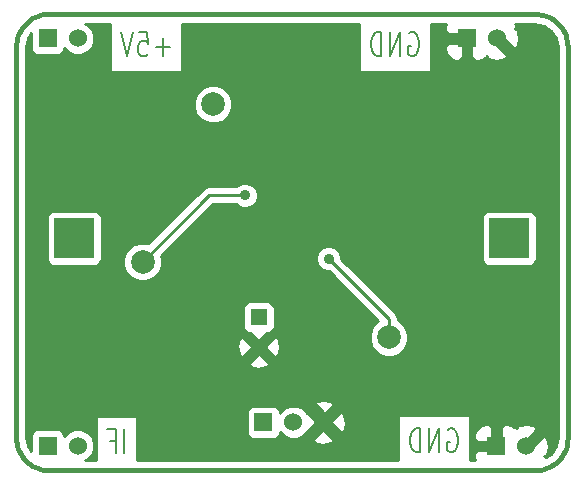
<source format=gbl>
G04 (created by PCBNEW-RS274X (2012-apr-16-27)-stable) date Sun 18 May 2014 21:07:07 BST*
G01*
G70*
G90*
%MOIN*%
G04 Gerber Fmt 3.4, Leading zero omitted, Abs format*
%FSLAX34Y34*%
G04 APERTURE LIST*
%ADD10C,0.006000*%
%ADD11C,0.015000*%
%ADD12C,0.007900*%
%ADD13R,0.060000X0.060000*%
%ADD14C,0.060000*%
%ADD15C,0.078700*%
%ADD16R,0.133900X0.133900*%
%ADD17R,0.055000X0.055000*%
%ADD18C,0.055000*%
%ADD19C,0.035000*%
%ADD20C,0.009800*%
%ADD21C,0.010000*%
G04 APERTURE END LIST*
G54D10*
G54D11*
X82168Y-42655D02*
X81900Y-42655D01*
X83261Y-28521D02*
X83261Y-28569D01*
X81887Y-27447D02*
X82174Y-27447D01*
X83264Y-28544D02*
X83264Y-41565D01*
X81890Y-27448D02*
X65975Y-27448D01*
X81890Y-42655D02*
X65975Y-42655D01*
X64882Y-41562D02*
X64882Y-28551D01*
X65964Y-27447D02*
X65870Y-27452D01*
X65776Y-27464D01*
X65684Y-27484D01*
X65594Y-27513D01*
X65507Y-27549D01*
X65423Y-27593D01*
X65343Y-27643D01*
X65268Y-27701D01*
X65199Y-27765D01*
X65135Y-27834D01*
X65077Y-27909D01*
X65027Y-27989D01*
X64983Y-28073D01*
X64947Y-28160D01*
X64918Y-28250D01*
X64898Y-28342D01*
X64886Y-28436D01*
X64881Y-28530D01*
X83262Y-28531D02*
X83257Y-28437D01*
X83245Y-28343D01*
X83225Y-28251D01*
X83196Y-28161D01*
X83160Y-28074D01*
X83116Y-27990D01*
X83066Y-27910D01*
X83008Y-27835D01*
X82944Y-27766D01*
X82875Y-27702D01*
X82800Y-27644D01*
X82720Y-27594D01*
X82636Y-27550D01*
X82549Y-27514D01*
X82459Y-27485D01*
X82367Y-27465D01*
X82273Y-27453D01*
X82179Y-27448D01*
X82181Y-42655D02*
X82275Y-42650D01*
X82369Y-42638D01*
X82461Y-42618D01*
X82551Y-42589D01*
X82638Y-42553D01*
X82722Y-42509D01*
X82802Y-42459D01*
X82877Y-42401D01*
X82946Y-42337D01*
X83010Y-42268D01*
X83068Y-42193D01*
X83118Y-42113D01*
X83162Y-42029D01*
X83198Y-41942D01*
X83227Y-41852D01*
X83247Y-41760D01*
X83259Y-41666D01*
X83264Y-41572D01*
X64882Y-41572D02*
X64887Y-41666D01*
X64899Y-41760D01*
X64919Y-41852D01*
X64948Y-41942D01*
X64984Y-42029D01*
X65028Y-42113D01*
X65078Y-42193D01*
X65136Y-42268D01*
X65200Y-42337D01*
X65269Y-42401D01*
X65344Y-42459D01*
X65424Y-42509D01*
X65508Y-42553D01*
X65595Y-42589D01*
X65685Y-42618D01*
X65777Y-42638D01*
X65871Y-42650D01*
X65965Y-42655D01*
G54D12*
X68489Y-42084D02*
X68489Y-41284D01*
X68003Y-41665D02*
X68203Y-41665D01*
X68203Y-42084D02*
X68203Y-41284D01*
X67917Y-41284D01*
X79269Y-41302D02*
X79326Y-41264D01*
X79412Y-41264D01*
X79497Y-41302D01*
X79555Y-41378D01*
X79583Y-41454D01*
X79612Y-41607D01*
X79612Y-41721D01*
X79583Y-41873D01*
X79555Y-41950D01*
X79497Y-42026D01*
X79412Y-42064D01*
X79355Y-42064D01*
X79269Y-42026D01*
X79240Y-41988D01*
X79240Y-41721D01*
X79355Y-41721D01*
X78983Y-42064D02*
X78983Y-41264D01*
X78640Y-42064D01*
X78640Y-41264D01*
X78354Y-42064D02*
X78354Y-41264D01*
X78211Y-41264D01*
X78126Y-41302D01*
X78068Y-41378D01*
X78040Y-41454D01*
X78011Y-41607D01*
X78011Y-41721D01*
X78040Y-41873D01*
X78068Y-41950D01*
X78126Y-42026D01*
X78211Y-42064D01*
X78354Y-42064D01*
X77969Y-28092D02*
X78026Y-28054D01*
X78112Y-28054D01*
X78197Y-28092D01*
X78255Y-28168D01*
X78283Y-28244D01*
X78312Y-28397D01*
X78312Y-28511D01*
X78283Y-28663D01*
X78255Y-28740D01*
X78197Y-28816D01*
X78112Y-28854D01*
X78055Y-28854D01*
X77969Y-28816D01*
X77940Y-28778D01*
X77940Y-28511D01*
X78055Y-28511D01*
X77683Y-28854D02*
X77683Y-28054D01*
X77340Y-28854D01*
X77340Y-28054D01*
X77054Y-28854D02*
X77054Y-28054D01*
X76911Y-28054D01*
X76826Y-28092D01*
X76768Y-28168D01*
X76740Y-28244D01*
X76711Y-28397D01*
X76711Y-28511D01*
X76740Y-28663D01*
X76768Y-28740D01*
X76826Y-28816D01*
X76911Y-28854D01*
X77054Y-28854D01*
X69993Y-28549D02*
X69536Y-28549D01*
X69765Y-28854D02*
X69765Y-28244D01*
X68964Y-28054D02*
X69250Y-28054D01*
X69279Y-28435D01*
X69250Y-28397D01*
X69193Y-28359D01*
X69050Y-28359D01*
X68993Y-28397D01*
X68964Y-28435D01*
X68936Y-28511D01*
X68936Y-28701D01*
X68964Y-28778D01*
X68993Y-28816D01*
X69050Y-28854D01*
X69193Y-28854D01*
X69250Y-28816D01*
X69279Y-28778D01*
X68765Y-28054D02*
X68565Y-28854D01*
X68365Y-28054D01*
G54D13*
X79912Y-28260D03*
G54D14*
X80912Y-28260D03*
G54D13*
X65932Y-28260D03*
G54D14*
X66932Y-28260D03*
G54D15*
X71437Y-30453D03*
X69094Y-35709D03*
X77303Y-38229D03*
G54D13*
X73122Y-41060D03*
G54D14*
X74122Y-41060D03*
X75122Y-41060D03*
G54D13*
X65932Y-41840D03*
G54D14*
X66932Y-41840D03*
G54D13*
X80892Y-41850D03*
G54D14*
X81892Y-41850D03*
G54D16*
X81312Y-34920D03*
X66812Y-34920D03*
G54D17*
X72972Y-37551D03*
G54D18*
X72972Y-38551D03*
G54D19*
X75298Y-35604D03*
X71403Y-35521D03*
X72506Y-33492D03*
G54D20*
X77303Y-37609D02*
X77303Y-38229D01*
X75298Y-35604D02*
X77303Y-37609D01*
X71403Y-36982D02*
X71403Y-35521D01*
X75122Y-40701D02*
X72972Y-38551D01*
X75122Y-41060D02*
X75122Y-40701D01*
X72972Y-38551D02*
X71403Y-36982D01*
X71311Y-33492D02*
X72506Y-33492D01*
X69094Y-35709D02*
X71311Y-33492D01*
G54D10*
G36*
X82939Y-41539D02*
X82875Y-41859D01*
X82712Y-42104D01*
X82635Y-42155D01*
X82539Y-42218D01*
X82492Y-42171D01*
X82568Y-42160D01*
X82635Y-41878D01*
X82589Y-41591D01*
X82568Y-41540D01*
X82431Y-41519D01*
X82230Y-41720D01*
X82230Y-35639D01*
X82230Y-35540D01*
X82230Y-34202D01*
X82192Y-34110D01*
X82122Y-34040D01*
X82031Y-34002D01*
X81932Y-34002D01*
X81655Y-34002D01*
X80594Y-34002D01*
X80502Y-34040D01*
X80432Y-34110D01*
X80394Y-34201D01*
X80394Y-34300D01*
X80394Y-35638D01*
X80432Y-35730D01*
X80502Y-35800D01*
X80593Y-35838D01*
X80692Y-35838D01*
X82030Y-35838D01*
X82122Y-35800D01*
X82192Y-35730D01*
X82230Y-35639D01*
X82230Y-41720D01*
X82135Y-41815D01*
X82100Y-41850D01*
X81892Y-42058D01*
X81684Y-41850D01*
X81892Y-41642D01*
X81927Y-41607D01*
X82223Y-41311D01*
X82202Y-41174D01*
X81920Y-41107D01*
X81633Y-41153D01*
X81582Y-41174D01*
X81570Y-41249D01*
X81496Y-41175D01*
X81469Y-41201D01*
X81443Y-41174D01*
X81280Y-41107D01*
X81150Y-41106D01*
X81039Y-41217D01*
X81039Y-41653D01*
X81039Y-41703D01*
X81039Y-41997D01*
X80745Y-41997D01*
X80745Y-41703D01*
X80745Y-41217D01*
X80634Y-41106D01*
X80504Y-41107D01*
X80341Y-41174D01*
X80217Y-41299D01*
X80149Y-41462D01*
X80149Y-41593D01*
X80259Y-41703D01*
X80745Y-41703D01*
X80745Y-41997D01*
X80695Y-41997D01*
X80259Y-41997D01*
X80149Y-42107D01*
X80149Y-42238D01*
X80187Y-42330D01*
X80016Y-42330D01*
X80016Y-40813D01*
X79765Y-40813D01*
X79765Y-28893D01*
X79765Y-28407D01*
X79279Y-28407D01*
X79169Y-28517D01*
X79169Y-28648D01*
X79237Y-28811D01*
X79361Y-28936D01*
X79524Y-29003D01*
X79654Y-29004D01*
X79765Y-28893D01*
X79765Y-40813D01*
X77946Y-40813D01*
X77946Y-38358D01*
X77946Y-38102D01*
X77848Y-37866D01*
X77668Y-37685D01*
X77602Y-37657D01*
X77602Y-37609D01*
X77579Y-37495D01*
X77578Y-37494D01*
X77556Y-37462D01*
X77514Y-37398D01*
X77514Y-37397D01*
X75723Y-35606D01*
X75723Y-35520D01*
X75659Y-35364D01*
X75539Y-35244D01*
X75383Y-35179D01*
X75214Y-35179D01*
X75058Y-35243D01*
X74938Y-35363D01*
X74873Y-35519D01*
X74873Y-35688D01*
X74937Y-35844D01*
X75057Y-35964D01*
X75213Y-36029D01*
X75300Y-36029D01*
X76950Y-37679D01*
X76940Y-37684D01*
X76759Y-37864D01*
X76660Y-38100D01*
X76660Y-38356D01*
X76758Y-38592D01*
X76938Y-38773D01*
X77174Y-38872D01*
X77430Y-38872D01*
X77666Y-38774D01*
X77847Y-38594D01*
X77946Y-38358D01*
X77946Y-40813D01*
X77609Y-40813D01*
X77609Y-42330D01*
X75865Y-42330D01*
X75865Y-41088D01*
X75819Y-40801D01*
X75798Y-40750D01*
X75661Y-40729D01*
X75453Y-40937D01*
X75453Y-40521D01*
X75432Y-40384D01*
X75150Y-40317D01*
X74863Y-40363D01*
X74812Y-40384D01*
X74791Y-40521D01*
X75122Y-40852D01*
X75453Y-40521D01*
X75453Y-40937D01*
X75330Y-41060D01*
X75661Y-41391D01*
X75798Y-41370D01*
X75865Y-41088D01*
X75865Y-42330D01*
X75453Y-42330D01*
X75453Y-41599D01*
X75122Y-41268D01*
X74914Y-41476D01*
X74914Y-41060D01*
X74583Y-40729D01*
X74569Y-40731D01*
X74433Y-40595D01*
X74231Y-40511D01*
X74013Y-40511D01*
X73811Y-40595D01*
X73690Y-40716D01*
X73690Y-38581D01*
X73647Y-38305D01*
X73623Y-38248D01*
X73496Y-38230D01*
X73496Y-37876D01*
X73496Y-37777D01*
X73496Y-37227D01*
X73458Y-37135D01*
X73388Y-37065D01*
X73297Y-37027D01*
X73198Y-37027D01*
X72931Y-37027D01*
X72931Y-33577D01*
X72931Y-33408D01*
X72867Y-33252D01*
X72747Y-33132D01*
X72591Y-33067D01*
X72422Y-33067D01*
X72266Y-33131D01*
X72204Y-33193D01*
X72080Y-33193D01*
X72080Y-30582D01*
X72080Y-30326D01*
X71982Y-30090D01*
X71802Y-29909D01*
X71566Y-29810D01*
X71310Y-29810D01*
X71074Y-29908D01*
X70893Y-30088D01*
X70794Y-30324D01*
X70794Y-30580D01*
X70892Y-30816D01*
X71072Y-30997D01*
X71308Y-31096D01*
X71564Y-31096D01*
X71800Y-30998D01*
X71981Y-30818D01*
X72080Y-30582D01*
X72080Y-33193D01*
X71311Y-33193D01*
X71215Y-33212D01*
X71196Y-33216D01*
X71099Y-33281D01*
X69287Y-35093D01*
X69223Y-35066D01*
X68967Y-35066D01*
X68731Y-35164D01*
X68550Y-35344D01*
X68451Y-35580D01*
X68451Y-35836D01*
X68549Y-36072D01*
X68729Y-36253D01*
X68965Y-36352D01*
X69221Y-36352D01*
X69457Y-36254D01*
X69638Y-36074D01*
X69737Y-35838D01*
X69737Y-35582D01*
X69709Y-35515D01*
X71434Y-33791D01*
X72204Y-33791D01*
X72265Y-33852D01*
X72421Y-33917D01*
X72590Y-33917D01*
X72746Y-33853D01*
X72866Y-33733D01*
X72931Y-33577D01*
X72931Y-37027D01*
X72648Y-37027D01*
X72556Y-37065D01*
X72486Y-37135D01*
X72448Y-37226D01*
X72448Y-37325D01*
X72448Y-37875D01*
X72486Y-37967D01*
X72556Y-38037D01*
X72647Y-38075D01*
X72689Y-38075D01*
X72972Y-38357D01*
X73254Y-38075D01*
X73296Y-38075D01*
X73388Y-38037D01*
X73458Y-37967D01*
X73496Y-37876D01*
X73496Y-38230D01*
X73487Y-38229D01*
X73166Y-38551D01*
X73487Y-38873D01*
X73623Y-38854D01*
X73690Y-38581D01*
X73690Y-40716D01*
X73671Y-40735D01*
X73671Y-40711D01*
X73633Y-40619D01*
X73563Y-40549D01*
X73472Y-40511D01*
X73373Y-40511D01*
X73294Y-40511D01*
X73294Y-39066D01*
X72972Y-38745D01*
X72778Y-38938D01*
X72778Y-38551D01*
X72457Y-38229D01*
X72321Y-38248D01*
X72254Y-38521D01*
X72297Y-38797D01*
X72321Y-38854D01*
X72457Y-38873D01*
X72778Y-38551D01*
X72778Y-38938D01*
X72650Y-39066D01*
X72669Y-39202D01*
X72942Y-39269D01*
X73218Y-39226D01*
X73275Y-39202D01*
X73294Y-39066D01*
X73294Y-40511D01*
X72773Y-40511D01*
X72681Y-40549D01*
X72611Y-40619D01*
X72573Y-40710D01*
X72573Y-40809D01*
X72573Y-41409D01*
X72611Y-41501D01*
X72681Y-41571D01*
X72772Y-41609D01*
X72871Y-41609D01*
X73471Y-41609D01*
X73563Y-41571D01*
X73633Y-41501D01*
X73671Y-41410D01*
X73671Y-41385D01*
X73811Y-41525D01*
X74013Y-41609D01*
X74231Y-41609D01*
X74433Y-41525D01*
X74569Y-41388D01*
X74583Y-41391D01*
X74914Y-41060D01*
X74914Y-41476D01*
X74791Y-41599D01*
X74812Y-41736D01*
X75094Y-41803D01*
X75381Y-41757D01*
X75432Y-41736D01*
X75453Y-41599D01*
X75453Y-42330D01*
X68921Y-42330D01*
X68921Y-40833D01*
X67730Y-40833D01*
X67730Y-35639D01*
X67730Y-35540D01*
X67730Y-34202D01*
X67692Y-34110D01*
X67622Y-34040D01*
X67531Y-34002D01*
X67432Y-34002D01*
X66094Y-34002D01*
X66002Y-34040D01*
X65932Y-34110D01*
X65894Y-34201D01*
X65894Y-34300D01*
X65894Y-35638D01*
X65932Y-35730D01*
X66002Y-35800D01*
X66093Y-35838D01*
X66192Y-35838D01*
X67530Y-35838D01*
X67622Y-35800D01*
X67692Y-35730D01*
X67730Y-35639D01*
X67730Y-40833D01*
X67543Y-40833D01*
X67543Y-42330D01*
X67182Y-42330D01*
X67243Y-42305D01*
X67397Y-42151D01*
X67481Y-41949D01*
X67481Y-41731D01*
X67397Y-41529D01*
X67243Y-41375D01*
X67041Y-41291D01*
X66823Y-41291D01*
X66621Y-41375D01*
X66481Y-41515D01*
X66481Y-41491D01*
X66443Y-41399D01*
X66373Y-41329D01*
X66282Y-41291D01*
X66183Y-41291D01*
X65583Y-41291D01*
X65491Y-41329D01*
X65421Y-41399D01*
X65383Y-41490D01*
X65383Y-41589D01*
X65383Y-42029D01*
X65270Y-41861D01*
X65207Y-41539D01*
X65207Y-28557D01*
X65269Y-28240D01*
X65383Y-28071D01*
X65383Y-28609D01*
X65421Y-28701D01*
X65491Y-28771D01*
X65582Y-28809D01*
X65681Y-28809D01*
X66281Y-28809D01*
X66373Y-28771D01*
X66443Y-28701D01*
X66481Y-28610D01*
X66481Y-28585D01*
X66621Y-28725D01*
X66823Y-28809D01*
X67041Y-28809D01*
X67243Y-28725D01*
X67397Y-28571D01*
X67481Y-28369D01*
X67481Y-28151D01*
X67397Y-27949D01*
X67243Y-27795D01*
X67190Y-27773D01*
X68019Y-27773D01*
X68019Y-29380D01*
X70425Y-29380D01*
X70425Y-27773D01*
X76309Y-27773D01*
X76309Y-29380D01*
X78716Y-29380D01*
X78716Y-27773D01*
X79210Y-27773D01*
X79169Y-27872D01*
X79169Y-28003D01*
X79279Y-28113D01*
X79715Y-28113D01*
X79765Y-28113D01*
X80059Y-28113D01*
X80059Y-28407D01*
X80059Y-28457D01*
X80059Y-28893D01*
X80170Y-29004D01*
X80300Y-29003D01*
X80463Y-28936D01*
X80489Y-28908D01*
X80516Y-28935D01*
X80590Y-28860D01*
X80602Y-28936D01*
X80884Y-29003D01*
X81171Y-28957D01*
X81222Y-28936D01*
X81243Y-28799D01*
X80947Y-28503D01*
X80912Y-28468D01*
X80704Y-28260D01*
X80912Y-28052D01*
X81120Y-28260D01*
X81155Y-28295D01*
X81451Y-28591D01*
X81588Y-28570D01*
X81655Y-28288D01*
X81609Y-28001D01*
X81588Y-27950D01*
X81512Y-27938D01*
X81587Y-27864D01*
X81496Y-27773D01*
X81890Y-27773D01*
X81894Y-27772D01*
X82141Y-27772D01*
X82468Y-27836D01*
X82710Y-27998D01*
X82873Y-28243D01*
X82936Y-28558D01*
X82936Y-28569D01*
X82939Y-28583D01*
X82939Y-41539D01*
X82939Y-41539D01*
G37*
G54D21*
X82939Y-41539D02*
X82875Y-41859D01*
X82712Y-42104D01*
X82635Y-42155D01*
X82539Y-42218D01*
X82492Y-42171D01*
X82568Y-42160D01*
X82635Y-41878D01*
X82589Y-41591D01*
X82568Y-41540D01*
X82431Y-41519D01*
X82230Y-41720D01*
X82230Y-35639D01*
X82230Y-35540D01*
X82230Y-34202D01*
X82192Y-34110D01*
X82122Y-34040D01*
X82031Y-34002D01*
X81932Y-34002D01*
X81655Y-34002D01*
X80594Y-34002D01*
X80502Y-34040D01*
X80432Y-34110D01*
X80394Y-34201D01*
X80394Y-34300D01*
X80394Y-35638D01*
X80432Y-35730D01*
X80502Y-35800D01*
X80593Y-35838D01*
X80692Y-35838D01*
X82030Y-35838D01*
X82122Y-35800D01*
X82192Y-35730D01*
X82230Y-35639D01*
X82230Y-41720D01*
X82135Y-41815D01*
X82100Y-41850D01*
X81892Y-42058D01*
X81684Y-41850D01*
X81892Y-41642D01*
X81927Y-41607D01*
X82223Y-41311D01*
X82202Y-41174D01*
X81920Y-41107D01*
X81633Y-41153D01*
X81582Y-41174D01*
X81570Y-41249D01*
X81496Y-41175D01*
X81469Y-41201D01*
X81443Y-41174D01*
X81280Y-41107D01*
X81150Y-41106D01*
X81039Y-41217D01*
X81039Y-41653D01*
X81039Y-41703D01*
X81039Y-41997D01*
X80745Y-41997D01*
X80745Y-41703D01*
X80745Y-41217D01*
X80634Y-41106D01*
X80504Y-41107D01*
X80341Y-41174D01*
X80217Y-41299D01*
X80149Y-41462D01*
X80149Y-41593D01*
X80259Y-41703D01*
X80745Y-41703D01*
X80745Y-41997D01*
X80695Y-41997D01*
X80259Y-41997D01*
X80149Y-42107D01*
X80149Y-42238D01*
X80187Y-42330D01*
X80016Y-42330D01*
X80016Y-40813D01*
X79765Y-40813D01*
X79765Y-28893D01*
X79765Y-28407D01*
X79279Y-28407D01*
X79169Y-28517D01*
X79169Y-28648D01*
X79237Y-28811D01*
X79361Y-28936D01*
X79524Y-29003D01*
X79654Y-29004D01*
X79765Y-28893D01*
X79765Y-40813D01*
X77946Y-40813D01*
X77946Y-38358D01*
X77946Y-38102D01*
X77848Y-37866D01*
X77668Y-37685D01*
X77602Y-37657D01*
X77602Y-37609D01*
X77579Y-37495D01*
X77578Y-37494D01*
X77556Y-37462D01*
X77514Y-37398D01*
X77514Y-37397D01*
X75723Y-35606D01*
X75723Y-35520D01*
X75659Y-35364D01*
X75539Y-35244D01*
X75383Y-35179D01*
X75214Y-35179D01*
X75058Y-35243D01*
X74938Y-35363D01*
X74873Y-35519D01*
X74873Y-35688D01*
X74937Y-35844D01*
X75057Y-35964D01*
X75213Y-36029D01*
X75300Y-36029D01*
X76950Y-37679D01*
X76940Y-37684D01*
X76759Y-37864D01*
X76660Y-38100D01*
X76660Y-38356D01*
X76758Y-38592D01*
X76938Y-38773D01*
X77174Y-38872D01*
X77430Y-38872D01*
X77666Y-38774D01*
X77847Y-38594D01*
X77946Y-38358D01*
X77946Y-40813D01*
X77609Y-40813D01*
X77609Y-42330D01*
X75865Y-42330D01*
X75865Y-41088D01*
X75819Y-40801D01*
X75798Y-40750D01*
X75661Y-40729D01*
X75453Y-40937D01*
X75453Y-40521D01*
X75432Y-40384D01*
X75150Y-40317D01*
X74863Y-40363D01*
X74812Y-40384D01*
X74791Y-40521D01*
X75122Y-40852D01*
X75453Y-40521D01*
X75453Y-40937D01*
X75330Y-41060D01*
X75661Y-41391D01*
X75798Y-41370D01*
X75865Y-41088D01*
X75865Y-42330D01*
X75453Y-42330D01*
X75453Y-41599D01*
X75122Y-41268D01*
X74914Y-41476D01*
X74914Y-41060D01*
X74583Y-40729D01*
X74569Y-40731D01*
X74433Y-40595D01*
X74231Y-40511D01*
X74013Y-40511D01*
X73811Y-40595D01*
X73690Y-40716D01*
X73690Y-38581D01*
X73647Y-38305D01*
X73623Y-38248D01*
X73496Y-38230D01*
X73496Y-37876D01*
X73496Y-37777D01*
X73496Y-37227D01*
X73458Y-37135D01*
X73388Y-37065D01*
X73297Y-37027D01*
X73198Y-37027D01*
X72931Y-37027D01*
X72931Y-33577D01*
X72931Y-33408D01*
X72867Y-33252D01*
X72747Y-33132D01*
X72591Y-33067D01*
X72422Y-33067D01*
X72266Y-33131D01*
X72204Y-33193D01*
X72080Y-33193D01*
X72080Y-30582D01*
X72080Y-30326D01*
X71982Y-30090D01*
X71802Y-29909D01*
X71566Y-29810D01*
X71310Y-29810D01*
X71074Y-29908D01*
X70893Y-30088D01*
X70794Y-30324D01*
X70794Y-30580D01*
X70892Y-30816D01*
X71072Y-30997D01*
X71308Y-31096D01*
X71564Y-31096D01*
X71800Y-30998D01*
X71981Y-30818D01*
X72080Y-30582D01*
X72080Y-33193D01*
X71311Y-33193D01*
X71215Y-33212D01*
X71196Y-33216D01*
X71099Y-33281D01*
X69287Y-35093D01*
X69223Y-35066D01*
X68967Y-35066D01*
X68731Y-35164D01*
X68550Y-35344D01*
X68451Y-35580D01*
X68451Y-35836D01*
X68549Y-36072D01*
X68729Y-36253D01*
X68965Y-36352D01*
X69221Y-36352D01*
X69457Y-36254D01*
X69638Y-36074D01*
X69737Y-35838D01*
X69737Y-35582D01*
X69709Y-35515D01*
X71434Y-33791D01*
X72204Y-33791D01*
X72265Y-33852D01*
X72421Y-33917D01*
X72590Y-33917D01*
X72746Y-33853D01*
X72866Y-33733D01*
X72931Y-33577D01*
X72931Y-37027D01*
X72648Y-37027D01*
X72556Y-37065D01*
X72486Y-37135D01*
X72448Y-37226D01*
X72448Y-37325D01*
X72448Y-37875D01*
X72486Y-37967D01*
X72556Y-38037D01*
X72647Y-38075D01*
X72689Y-38075D01*
X72972Y-38357D01*
X73254Y-38075D01*
X73296Y-38075D01*
X73388Y-38037D01*
X73458Y-37967D01*
X73496Y-37876D01*
X73496Y-38230D01*
X73487Y-38229D01*
X73166Y-38551D01*
X73487Y-38873D01*
X73623Y-38854D01*
X73690Y-38581D01*
X73690Y-40716D01*
X73671Y-40735D01*
X73671Y-40711D01*
X73633Y-40619D01*
X73563Y-40549D01*
X73472Y-40511D01*
X73373Y-40511D01*
X73294Y-40511D01*
X73294Y-39066D01*
X72972Y-38745D01*
X72778Y-38938D01*
X72778Y-38551D01*
X72457Y-38229D01*
X72321Y-38248D01*
X72254Y-38521D01*
X72297Y-38797D01*
X72321Y-38854D01*
X72457Y-38873D01*
X72778Y-38551D01*
X72778Y-38938D01*
X72650Y-39066D01*
X72669Y-39202D01*
X72942Y-39269D01*
X73218Y-39226D01*
X73275Y-39202D01*
X73294Y-39066D01*
X73294Y-40511D01*
X72773Y-40511D01*
X72681Y-40549D01*
X72611Y-40619D01*
X72573Y-40710D01*
X72573Y-40809D01*
X72573Y-41409D01*
X72611Y-41501D01*
X72681Y-41571D01*
X72772Y-41609D01*
X72871Y-41609D01*
X73471Y-41609D01*
X73563Y-41571D01*
X73633Y-41501D01*
X73671Y-41410D01*
X73671Y-41385D01*
X73811Y-41525D01*
X74013Y-41609D01*
X74231Y-41609D01*
X74433Y-41525D01*
X74569Y-41388D01*
X74583Y-41391D01*
X74914Y-41060D01*
X74914Y-41476D01*
X74791Y-41599D01*
X74812Y-41736D01*
X75094Y-41803D01*
X75381Y-41757D01*
X75432Y-41736D01*
X75453Y-41599D01*
X75453Y-42330D01*
X68921Y-42330D01*
X68921Y-40833D01*
X67730Y-40833D01*
X67730Y-35639D01*
X67730Y-35540D01*
X67730Y-34202D01*
X67692Y-34110D01*
X67622Y-34040D01*
X67531Y-34002D01*
X67432Y-34002D01*
X66094Y-34002D01*
X66002Y-34040D01*
X65932Y-34110D01*
X65894Y-34201D01*
X65894Y-34300D01*
X65894Y-35638D01*
X65932Y-35730D01*
X66002Y-35800D01*
X66093Y-35838D01*
X66192Y-35838D01*
X67530Y-35838D01*
X67622Y-35800D01*
X67692Y-35730D01*
X67730Y-35639D01*
X67730Y-40833D01*
X67543Y-40833D01*
X67543Y-42330D01*
X67182Y-42330D01*
X67243Y-42305D01*
X67397Y-42151D01*
X67481Y-41949D01*
X67481Y-41731D01*
X67397Y-41529D01*
X67243Y-41375D01*
X67041Y-41291D01*
X66823Y-41291D01*
X66621Y-41375D01*
X66481Y-41515D01*
X66481Y-41491D01*
X66443Y-41399D01*
X66373Y-41329D01*
X66282Y-41291D01*
X66183Y-41291D01*
X65583Y-41291D01*
X65491Y-41329D01*
X65421Y-41399D01*
X65383Y-41490D01*
X65383Y-41589D01*
X65383Y-42029D01*
X65270Y-41861D01*
X65207Y-41539D01*
X65207Y-28557D01*
X65269Y-28240D01*
X65383Y-28071D01*
X65383Y-28609D01*
X65421Y-28701D01*
X65491Y-28771D01*
X65582Y-28809D01*
X65681Y-28809D01*
X66281Y-28809D01*
X66373Y-28771D01*
X66443Y-28701D01*
X66481Y-28610D01*
X66481Y-28585D01*
X66621Y-28725D01*
X66823Y-28809D01*
X67041Y-28809D01*
X67243Y-28725D01*
X67397Y-28571D01*
X67481Y-28369D01*
X67481Y-28151D01*
X67397Y-27949D01*
X67243Y-27795D01*
X67190Y-27773D01*
X68019Y-27773D01*
X68019Y-29380D01*
X70425Y-29380D01*
X70425Y-27773D01*
X76309Y-27773D01*
X76309Y-29380D01*
X78716Y-29380D01*
X78716Y-27773D01*
X79210Y-27773D01*
X79169Y-27872D01*
X79169Y-28003D01*
X79279Y-28113D01*
X79715Y-28113D01*
X79765Y-28113D01*
X80059Y-28113D01*
X80059Y-28407D01*
X80059Y-28457D01*
X80059Y-28893D01*
X80170Y-29004D01*
X80300Y-29003D01*
X80463Y-28936D01*
X80489Y-28908D01*
X80516Y-28935D01*
X80590Y-28860D01*
X80602Y-28936D01*
X80884Y-29003D01*
X81171Y-28957D01*
X81222Y-28936D01*
X81243Y-28799D01*
X80947Y-28503D01*
X80912Y-28468D01*
X80704Y-28260D01*
X80912Y-28052D01*
X81120Y-28260D01*
X81155Y-28295D01*
X81451Y-28591D01*
X81588Y-28570D01*
X81655Y-28288D01*
X81609Y-28001D01*
X81588Y-27950D01*
X81512Y-27938D01*
X81587Y-27864D01*
X81496Y-27773D01*
X81890Y-27773D01*
X81894Y-27772D01*
X82141Y-27772D01*
X82468Y-27836D01*
X82710Y-27998D01*
X82873Y-28243D01*
X82936Y-28558D01*
X82936Y-28569D01*
X82939Y-28583D01*
X82939Y-41539D01*
M02*

</source>
